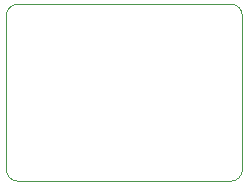
<source format=gbr>
%TF.GenerationSoftware,KiCad,Pcbnew,(6.0.9)*%
%TF.CreationDate,2023-08-06T15:37:21+02:00*%
%TF.ProjectId,dipswitch-plate,64697073-7769-4746-9368-2d706c617465,rev?*%
%TF.SameCoordinates,Original*%
%TF.FileFunction,Profile,NP*%
%FSLAX46Y46*%
G04 Gerber Fmt 4.6, Leading zero omitted, Abs format (unit mm)*
G04 Created by KiCad (PCBNEW (6.0.9)) date 2023-08-06 15:37:21*
%MOMM*%
%LPD*%
G01*
G04 APERTURE LIST*
%TA.AperFunction,Profile*%
%ADD10C,0.050000*%
%TD*%
G04 APERTURE END LIST*
D10*
X26276000Y-32994350D02*
X31776000Y-32994350D01*
X39026000Y-28244350D02*
X39026000Y-22744350D01*
X31776000Y-32994350D02*
X38026000Y-32994350D01*
X20026000Y-32994350D02*
X26276000Y-32994350D01*
X39026000Y-18994350D02*
X39026000Y-22744350D01*
X39026000Y-31994350D02*
X39026000Y-28244350D01*
X19026000Y-18994350D02*
X19026000Y-31994350D01*
X38026000Y-17994350D02*
X20026000Y-17994350D01*
X19026000Y-31994350D02*
G75*
G03*
X20026000Y-32994350I1000000J0D01*
G01*
X20026000Y-17994350D02*
G75*
G03*
X19026000Y-18994350I0J-1000000D01*
G01*
X39026000Y-18994350D02*
G75*
G03*
X38026000Y-17994350I-1000000J0D01*
G01*
X38026000Y-32994350D02*
G75*
G03*
X39026000Y-31994350I0J1000000D01*
G01*
M02*

</source>
